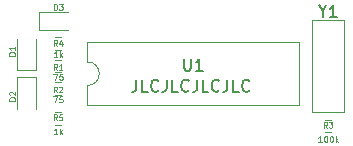
<source format=gbr>
%TF.GenerationSoftware,KiCad,Pcbnew,7.0.8*%
%TF.CreationDate,2023-10-28T23:36:24+09:00*%
%TF.ProjectId,cw_keyboard,63775f6b-6579-4626-9f61-72642e6b6963,rev?*%
%TF.SameCoordinates,Original*%
%TF.FileFunction,Legend,Top*%
%TF.FilePolarity,Positive*%
%FSLAX46Y46*%
G04 Gerber Fmt 4.6, Leading zero omitted, Abs format (unit mm)*
G04 Created by KiCad (PCBNEW 7.0.8) date 2023-10-28 23:36:24*
%MOMM*%
%LPD*%
G01*
G04 APERTURE LIST*
%ADD10C,0.200000*%
%ADD11C,0.150000*%
%ADD12C,0.100000*%
%ADD13C,0.120000*%
G04 APERTURE END LIST*
D10*
X35199387Y-27823219D02*
X35199387Y-28537504D01*
X35199387Y-28537504D02*
X35151768Y-28680361D01*
X35151768Y-28680361D02*
X35056530Y-28775600D01*
X35056530Y-28775600D02*
X34913673Y-28823219D01*
X34913673Y-28823219D02*
X34818435Y-28823219D01*
X36151768Y-28823219D02*
X35675578Y-28823219D01*
X35675578Y-28823219D02*
X35675578Y-27823219D01*
X37056530Y-28727980D02*
X37008911Y-28775600D01*
X37008911Y-28775600D02*
X36866054Y-28823219D01*
X36866054Y-28823219D02*
X36770816Y-28823219D01*
X36770816Y-28823219D02*
X36627959Y-28775600D01*
X36627959Y-28775600D02*
X36532721Y-28680361D01*
X36532721Y-28680361D02*
X36485102Y-28585123D01*
X36485102Y-28585123D02*
X36437483Y-28394647D01*
X36437483Y-28394647D02*
X36437483Y-28251790D01*
X36437483Y-28251790D02*
X36485102Y-28061314D01*
X36485102Y-28061314D02*
X36532721Y-27966076D01*
X36532721Y-27966076D02*
X36627959Y-27870838D01*
X36627959Y-27870838D02*
X36770816Y-27823219D01*
X36770816Y-27823219D02*
X36866054Y-27823219D01*
X36866054Y-27823219D02*
X37008911Y-27870838D01*
X37008911Y-27870838D02*
X37056530Y-27918457D01*
X37770816Y-27823219D02*
X37770816Y-28537504D01*
X37770816Y-28537504D02*
X37723197Y-28680361D01*
X37723197Y-28680361D02*
X37627959Y-28775600D01*
X37627959Y-28775600D02*
X37485102Y-28823219D01*
X37485102Y-28823219D02*
X37389864Y-28823219D01*
X38723197Y-28823219D02*
X38247007Y-28823219D01*
X38247007Y-28823219D02*
X38247007Y-27823219D01*
X39627959Y-28727980D02*
X39580340Y-28775600D01*
X39580340Y-28775600D02*
X39437483Y-28823219D01*
X39437483Y-28823219D02*
X39342245Y-28823219D01*
X39342245Y-28823219D02*
X39199388Y-28775600D01*
X39199388Y-28775600D02*
X39104150Y-28680361D01*
X39104150Y-28680361D02*
X39056531Y-28585123D01*
X39056531Y-28585123D02*
X39008912Y-28394647D01*
X39008912Y-28394647D02*
X39008912Y-28251790D01*
X39008912Y-28251790D02*
X39056531Y-28061314D01*
X39056531Y-28061314D02*
X39104150Y-27966076D01*
X39104150Y-27966076D02*
X39199388Y-27870838D01*
X39199388Y-27870838D02*
X39342245Y-27823219D01*
X39342245Y-27823219D02*
X39437483Y-27823219D01*
X39437483Y-27823219D02*
X39580340Y-27870838D01*
X39580340Y-27870838D02*
X39627959Y-27918457D01*
X40342245Y-27823219D02*
X40342245Y-28537504D01*
X40342245Y-28537504D02*
X40294626Y-28680361D01*
X40294626Y-28680361D02*
X40199388Y-28775600D01*
X40199388Y-28775600D02*
X40056531Y-28823219D01*
X40056531Y-28823219D02*
X39961293Y-28823219D01*
X41294626Y-28823219D02*
X40818436Y-28823219D01*
X40818436Y-28823219D02*
X40818436Y-27823219D01*
X42199388Y-28727980D02*
X42151769Y-28775600D01*
X42151769Y-28775600D02*
X42008912Y-28823219D01*
X42008912Y-28823219D02*
X41913674Y-28823219D01*
X41913674Y-28823219D02*
X41770817Y-28775600D01*
X41770817Y-28775600D02*
X41675579Y-28680361D01*
X41675579Y-28680361D02*
X41627960Y-28585123D01*
X41627960Y-28585123D02*
X41580341Y-28394647D01*
X41580341Y-28394647D02*
X41580341Y-28251790D01*
X41580341Y-28251790D02*
X41627960Y-28061314D01*
X41627960Y-28061314D02*
X41675579Y-27966076D01*
X41675579Y-27966076D02*
X41770817Y-27870838D01*
X41770817Y-27870838D02*
X41913674Y-27823219D01*
X41913674Y-27823219D02*
X42008912Y-27823219D01*
X42008912Y-27823219D02*
X42151769Y-27870838D01*
X42151769Y-27870838D02*
X42199388Y-27918457D01*
X42913674Y-27823219D02*
X42913674Y-28537504D01*
X42913674Y-28537504D02*
X42866055Y-28680361D01*
X42866055Y-28680361D02*
X42770817Y-28775600D01*
X42770817Y-28775600D02*
X42627960Y-28823219D01*
X42627960Y-28823219D02*
X42532722Y-28823219D01*
X43866055Y-28823219D02*
X43389865Y-28823219D01*
X43389865Y-28823219D02*
X43389865Y-27823219D01*
X44770817Y-28727980D02*
X44723198Y-28775600D01*
X44723198Y-28775600D02*
X44580341Y-28823219D01*
X44580341Y-28823219D02*
X44485103Y-28823219D01*
X44485103Y-28823219D02*
X44342246Y-28775600D01*
X44342246Y-28775600D02*
X44247008Y-28680361D01*
X44247008Y-28680361D02*
X44199389Y-28585123D01*
X44199389Y-28585123D02*
X44151770Y-28394647D01*
X44151770Y-28394647D02*
X44151770Y-28251790D01*
X44151770Y-28251790D02*
X44199389Y-28061314D01*
X44199389Y-28061314D02*
X44247008Y-27966076D01*
X44247008Y-27966076D02*
X44342246Y-27870838D01*
X44342246Y-27870838D02*
X44485103Y-27823219D01*
X44485103Y-27823219D02*
X44580341Y-27823219D01*
X44580341Y-27823219D02*
X44723198Y-27870838D01*
X44723198Y-27870838D02*
X44770817Y-27918457D01*
D11*
X50958809Y-22032628D02*
X50958809Y-22508819D01*
X50625476Y-21508819D02*
X50958809Y-22032628D01*
X50958809Y-22032628D02*
X51292142Y-21508819D01*
X52149285Y-22508819D02*
X51577857Y-22508819D01*
X51863571Y-22508819D02*
X51863571Y-21508819D01*
X51863571Y-21508819D02*
X51768333Y-21651676D01*
X51768333Y-21651676D02*
X51673095Y-21746914D01*
X51673095Y-21746914D02*
X51577857Y-21794533D01*
D12*
X28500000Y-28895109D02*
X28350000Y-28657014D01*
X28242857Y-28895109D02*
X28242857Y-28395109D01*
X28242857Y-28395109D02*
X28414286Y-28395109D01*
X28414286Y-28395109D02*
X28457143Y-28418919D01*
X28457143Y-28418919D02*
X28478572Y-28442728D01*
X28478572Y-28442728D02*
X28500000Y-28490347D01*
X28500000Y-28490347D02*
X28500000Y-28561776D01*
X28500000Y-28561776D02*
X28478572Y-28609395D01*
X28478572Y-28609395D02*
X28457143Y-28633204D01*
X28457143Y-28633204D02*
X28414286Y-28657014D01*
X28414286Y-28657014D02*
X28242857Y-28657014D01*
X28671429Y-28442728D02*
X28692857Y-28418919D01*
X28692857Y-28418919D02*
X28735715Y-28395109D01*
X28735715Y-28395109D02*
X28842857Y-28395109D01*
X28842857Y-28395109D02*
X28885715Y-28418919D01*
X28885715Y-28418919D02*
X28907143Y-28442728D01*
X28907143Y-28442728D02*
X28928572Y-28490347D01*
X28928572Y-28490347D02*
X28928572Y-28537966D01*
X28928572Y-28537966D02*
X28907143Y-28609395D01*
X28907143Y-28609395D02*
X28650000Y-28895109D01*
X28650000Y-28895109D02*
X28928572Y-28895109D01*
X28170238Y-29223109D02*
X28503571Y-29223109D01*
X28503571Y-29223109D02*
X28289286Y-29723109D01*
X28932142Y-29223109D02*
X28694047Y-29223109D01*
X28694047Y-29223109D02*
X28670238Y-29461204D01*
X28670238Y-29461204D02*
X28694047Y-29437395D01*
X28694047Y-29437395D02*
X28741666Y-29413585D01*
X28741666Y-29413585D02*
X28860714Y-29413585D01*
X28860714Y-29413585D02*
X28908333Y-29437395D01*
X28908333Y-29437395D02*
X28932142Y-29461204D01*
X28932142Y-29461204D02*
X28955952Y-29508823D01*
X28955952Y-29508823D02*
X28955952Y-29627871D01*
X28955952Y-29627871D02*
X28932142Y-29675490D01*
X28932142Y-29675490D02*
X28908333Y-29699300D01*
X28908333Y-29699300D02*
X28860714Y-29723109D01*
X28860714Y-29723109D02*
X28741666Y-29723109D01*
X28741666Y-29723109D02*
X28694047Y-29699300D01*
X28694047Y-29699300D02*
X28670238Y-29675490D01*
X28205952Y-21910109D02*
X28205952Y-21410109D01*
X28205952Y-21410109D02*
X28325000Y-21410109D01*
X28325000Y-21410109D02*
X28396428Y-21433919D01*
X28396428Y-21433919D02*
X28444047Y-21481538D01*
X28444047Y-21481538D02*
X28467857Y-21529157D01*
X28467857Y-21529157D02*
X28491666Y-21624395D01*
X28491666Y-21624395D02*
X28491666Y-21695823D01*
X28491666Y-21695823D02*
X28467857Y-21791061D01*
X28467857Y-21791061D02*
X28444047Y-21838680D01*
X28444047Y-21838680D02*
X28396428Y-21886300D01*
X28396428Y-21886300D02*
X28325000Y-21910109D01*
X28325000Y-21910109D02*
X28205952Y-21910109D01*
X28658333Y-21410109D02*
X28967857Y-21410109D01*
X28967857Y-21410109D02*
X28801190Y-21600585D01*
X28801190Y-21600585D02*
X28872619Y-21600585D01*
X28872619Y-21600585D02*
X28920238Y-21624395D01*
X28920238Y-21624395D02*
X28944047Y-21648204D01*
X28944047Y-21648204D02*
X28967857Y-21695823D01*
X28967857Y-21695823D02*
X28967857Y-21814871D01*
X28967857Y-21814871D02*
X28944047Y-21862490D01*
X28944047Y-21862490D02*
X28920238Y-21886300D01*
X28920238Y-21886300D02*
X28872619Y-21910109D01*
X28872619Y-21910109D02*
X28729762Y-21910109D01*
X28729762Y-21910109D02*
X28682143Y-21886300D01*
X28682143Y-21886300D02*
X28658333Y-21862490D01*
D11*
X39243095Y-26041819D02*
X39243095Y-26851342D01*
X39243095Y-26851342D02*
X39290714Y-26946580D01*
X39290714Y-26946580D02*
X39338333Y-26994200D01*
X39338333Y-26994200D02*
X39433571Y-27041819D01*
X39433571Y-27041819D02*
X39624047Y-27041819D01*
X39624047Y-27041819D02*
X39719285Y-26994200D01*
X39719285Y-26994200D02*
X39766904Y-26946580D01*
X39766904Y-26946580D02*
X39814523Y-26851342D01*
X39814523Y-26851342D02*
X39814523Y-26041819D01*
X40814523Y-27041819D02*
X40243095Y-27041819D01*
X40528809Y-27041819D02*
X40528809Y-26041819D01*
X40528809Y-26041819D02*
X40433571Y-26184676D01*
X40433571Y-26184676D02*
X40338333Y-26279914D01*
X40338333Y-26279914D02*
X40243095Y-26327533D01*
D12*
X51360000Y-31882109D02*
X51210000Y-31644014D01*
X51102857Y-31882109D02*
X51102857Y-31382109D01*
X51102857Y-31382109D02*
X51274286Y-31382109D01*
X51274286Y-31382109D02*
X51317143Y-31405919D01*
X51317143Y-31405919D02*
X51338572Y-31429728D01*
X51338572Y-31429728D02*
X51360000Y-31477347D01*
X51360000Y-31477347D02*
X51360000Y-31548776D01*
X51360000Y-31548776D02*
X51338572Y-31596395D01*
X51338572Y-31596395D02*
X51317143Y-31620204D01*
X51317143Y-31620204D02*
X51274286Y-31644014D01*
X51274286Y-31644014D02*
X51102857Y-31644014D01*
X51510000Y-31382109D02*
X51788572Y-31382109D01*
X51788572Y-31382109D02*
X51638572Y-31572585D01*
X51638572Y-31572585D02*
X51702857Y-31572585D01*
X51702857Y-31572585D02*
X51745715Y-31596395D01*
X51745715Y-31596395D02*
X51767143Y-31620204D01*
X51767143Y-31620204D02*
X51788572Y-31667823D01*
X51788572Y-31667823D02*
X51788572Y-31786871D01*
X51788572Y-31786871D02*
X51767143Y-31834490D01*
X51767143Y-31834490D02*
X51745715Y-31858300D01*
X51745715Y-31858300D02*
X51702857Y-31882109D01*
X51702857Y-31882109D02*
X51574286Y-31882109D01*
X51574286Y-31882109D02*
X51531429Y-31858300D01*
X51531429Y-31858300D02*
X51510000Y-31834490D01*
X50899286Y-33086109D02*
X50613572Y-33086109D01*
X50756429Y-33086109D02*
X50756429Y-32586109D01*
X50756429Y-32586109D02*
X50708810Y-32657538D01*
X50708810Y-32657538D02*
X50661191Y-32705157D01*
X50661191Y-32705157D02*
X50613572Y-32728966D01*
X51208809Y-32586109D02*
X51256428Y-32586109D01*
X51256428Y-32586109D02*
X51304047Y-32609919D01*
X51304047Y-32609919D02*
X51327857Y-32633728D01*
X51327857Y-32633728D02*
X51351666Y-32681347D01*
X51351666Y-32681347D02*
X51375476Y-32776585D01*
X51375476Y-32776585D02*
X51375476Y-32895633D01*
X51375476Y-32895633D02*
X51351666Y-32990871D01*
X51351666Y-32990871D02*
X51327857Y-33038490D01*
X51327857Y-33038490D02*
X51304047Y-33062300D01*
X51304047Y-33062300D02*
X51256428Y-33086109D01*
X51256428Y-33086109D02*
X51208809Y-33086109D01*
X51208809Y-33086109D02*
X51161190Y-33062300D01*
X51161190Y-33062300D02*
X51137381Y-33038490D01*
X51137381Y-33038490D02*
X51113571Y-32990871D01*
X51113571Y-32990871D02*
X51089762Y-32895633D01*
X51089762Y-32895633D02*
X51089762Y-32776585D01*
X51089762Y-32776585D02*
X51113571Y-32681347D01*
X51113571Y-32681347D02*
X51137381Y-32633728D01*
X51137381Y-32633728D02*
X51161190Y-32609919D01*
X51161190Y-32609919D02*
X51208809Y-32586109D01*
X51684999Y-32586109D02*
X51732618Y-32586109D01*
X51732618Y-32586109D02*
X51780237Y-32609919D01*
X51780237Y-32609919D02*
X51804047Y-32633728D01*
X51804047Y-32633728D02*
X51827856Y-32681347D01*
X51827856Y-32681347D02*
X51851666Y-32776585D01*
X51851666Y-32776585D02*
X51851666Y-32895633D01*
X51851666Y-32895633D02*
X51827856Y-32990871D01*
X51827856Y-32990871D02*
X51804047Y-33038490D01*
X51804047Y-33038490D02*
X51780237Y-33062300D01*
X51780237Y-33062300D02*
X51732618Y-33086109D01*
X51732618Y-33086109D02*
X51684999Y-33086109D01*
X51684999Y-33086109D02*
X51637380Y-33062300D01*
X51637380Y-33062300D02*
X51613571Y-33038490D01*
X51613571Y-33038490D02*
X51589761Y-32990871D01*
X51589761Y-32990871D02*
X51565952Y-32895633D01*
X51565952Y-32895633D02*
X51565952Y-32776585D01*
X51565952Y-32776585D02*
X51589761Y-32681347D01*
X51589761Y-32681347D02*
X51613571Y-32633728D01*
X51613571Y-32633728D02*
X51637380Y-32609919D01*
X51637380Y-32609919D02*
X51684999Y-32586109D01*
X52065951Y-33086109D02*
X52065951Y-32586109D01*
X52113570Y-32895633D02*
X52256427Y-33086109D01*
X52256427Y-32752776D02*
X52065951Y-32943252D01*
X28500000Y-24958109D02*
X28350000Y-24720014D01*
X28242857Y-24958109D02*
X28242857Y-24458109D01*
X28242857Y-24458109D02*
X28414286Y-24458109D01*
X28414286Y-24458109D02*
X28457143Y-24481919D01*
X28457143Y-24481919D02*
X28478572Y-24505728D01*
X28478572Y-24505728D02*
X28500000Y-24553347D01*
X28500000Y-24553347D02*
X28500000Y-24624776D01*
X28500000Y-24624776D02*
X28478572Y-24672395D01*
X28478572Y-24672395D02*
X28457143Y-24696204D01*
X28457143Y-24696204D02*
X28414286Y-24720014D01*
X28414286Y-24720014D02*
X28242857Y-24720014D01*
X28885715Y-24624776D02*
X28885715Y-24958109D01*
X28778572Y-24434300D02*
X28671429Y-24791442D01*
X28671429Y-24791442D02*
X28950000Y-24791442D01*
X28515476Y-25913109D02*
X28229762Y-25913109D01*
X28372619Y-25913109D02*
X28372619Y-25413109D01*
X28372619Y-25413109D02*
X28325000Y-25484538D01*
X28325000Y-25484538D02*
X28277381Y-25532157D01*
X28277381Y-25532157D02*
X28229762Y-25555966D01*
X28729761Y-25913109D02*
X28729761Y-25413109D01*
X28777380Y-25722633D02*
X28920237Y-25913109D01*
X28920237Y-25579776D02*
X28729761Y-25770252D01*
X28500000Y-31247109D02*
X28350000Y-31009014D01*
X28242857Y-31247109D02*
X28242857Y-30747109D01*
X28242857Y-30747109D02*
X28414286Y-30747109D01*
X28414286Y-30747109D02*
X28457143Y-30770919D01*
X28457143Y-30770919D02*
X28478572Y-30794728D01*
X28478572Y-30794728D02*
X28500000Y-30842347D01*
X28500000Y-30842347D02*
X28500000Y-30913776D01*
X28500000Y-30913776D02*
X28478572Y-30961395D01*
X28478572Y-30961395D02*
X28457143Y-30985204D01*
X28457143Y-30985204D02*
X28414286Y-31009014D01*
X28414286Y-31009014D02*
X28242857Y-31009014D01*
X28907143Y-30747109D02*
X28692857Y-30747109D01*
X28692857Y-30747109D02*
X28671429Y-30985204D01*
X28671429Y-30985204D02*
X28692857Y-30961395D01*
X28692857Y-30961395D02*
X28735715Y-30937585D01*
X28735715Y-30937585D02*
X28842857Y-30937585D01*
X28842857Y-30937585D02*
X28885715Y-30961395D01*
X28885715Y-30961395D02*
X28907143Y-30985204D01*
X28907143Y-30985204D02*
X28928572Y-31032823D01*
X28928572Y-31032823D02*
X28928572Y-31151871D01*
X28928572Y-31151871D02*
X28907143Y-31199490D01*
X28907143Y-31199490D02*
X28885715Y-31223300D01*
X28885715Y-31223300D02*
X28842857Y-31247109D01*
X28842857Y-31247109D02*
X28735715Y-31247109D01*
X28735715Y-31247109D02*
X28692857Y-31223300D01*
X28692857Y-31223300D02*
X28671429Y-31199490D01*
X28515476Y-32451109D02*
X28229762Y-32451109D01*
X28372619Y-32451109D02*
X28372619Y-31951109D01*
X28372619Y-31951109D02*
X28325000Y-32022538D01*
X28325000Y-32022538D02*
X28277381Y-32070157D01*
X28277381Y-32070157D02*
X28229762Y-32093966D01*
X28729761Y-32451109D02*
X28729761Y-31951109D01*
X28777380Y-32260633D02*
X28920237Y-32451109D01*
X28920237Y-32117776D02*
X28729761Y-32308252D01*
X24940109Y-29579047D02*
X24440109Y-29579047D01*
X24440109Y-29579047D02*
X24440109Y-29459999D01*
X24440109Y-29459999D02*
X24463919Y-29388571D01*
X24463919Y-29388571D02*
X24511538Y-29340952D01*
X24511538Y-29340952D02*
X24559157Y-29317142D01*
X24559157Y-29317142D02*
X24654395Y-29293333D01*
X24654395Y-29293333D02*
X24725823Y-29293333D01*
X24725823Y-29293333D02*
X24821061Y-29317142D01*
X24821061Y-29317142D02*
X24868680Y-29340952D01*
X24868680Y-29340952D02*
X24916300Y-29388571D01*
X24916300Y-29388571D02*
X24940109Y-29459999D01*
X24940109Y-29459999D02*
X24940109Y-29579047D01*
X24487728Y-29102856D02*
X24463919Y-29079047D01*
X24463919Y-29079047D02*
X24440109Y-29031428D01*
X24440109Y-29031428D02*
X24440109Y-28912380D01*
X24440109Y-28912380D02*
X24463919Y-28864761D01*
X24463919Y-28864761D02*
X24487728Y-28840952D01*
X24487728Y-28840952D02*
X24535347Y-28817142D01*
X24535347Y-28817142D02*
X24582966Y-28817142D01*
X24582966Y-28817142D02*
X24654395Y-28840952D01*
X24654395Y-28840952D02*
X24940109Y-29126666D01*
X24940109Y-29126666D02*
X24940109Y-28817142D01*
X28500000Y-26990109D02*
X28350000Y-26752014D01*
X28242857Y-26990109D02*
X28242857Y-26490109D01*
X28242857Y-26490109D02*
X28414286Y-26490109D01*
X28414286Y-26490109D02*
X28457143Y-26513919D01*
X28457143Y-26513919D02*
X28478572Y-26537728D01*
X28478572Y-26537728D02*
X28500000Y-26585347D01*
X28500000Y-26585347D02*
X28500000Y-26656776D01*
X28500000Y-26656776D02*
X28478572Y-26704395D01*
X28478572Y-26704395D02*
X28457143Y-26728204D01*
X28457143Y-26728204D02*
X28414286Y-26752014D01*
X28414286Y-26752014D02*
X28242857Y-26752014D01*
X28928572Y-26990109D02*
X28671429Y-26990109D01*
X28800000Y-26990109D02*
X28800000Y-26490109D01*
X28800000Y-26490109D02*
X28757143Y-26561538D01*
X28757143Y-26561538D02*
X28714286Y-26609157D01*
X28714286Y-26609157D02*
X28671429Y-26632966D01*
X28170238Y-27318109D02*
X28503571Y-27318109D01*
X28503571Y-27318109D02*
X28289286Y-27818109D01*
X28932142Y-27318109D02*
X28694047Y-27318109D01*
X28694047Y-27318109D02*
X28670238Y-27556204D01*
X28670238Y-27556204D02*
X28694047Y-27532395D01*
X28694047Y-27532395D02*
X28741666Y-27508585D01*
X28741666Y-27508585D02*
X28860714Y-27508585D01*
X28860714Y-27508585D02*
X28908333Y-27532395D01*
X28908333Y-27532395D02*
X28932142Y-27556204D01*
X28932142Y-27556204D02*
X28955952Y-27603823D01*
X28955952Y-27603823D02*
X28955952Y-27722871D01*
X28955952Y-27722871D02*
X28932142Y-27770490D01*
X28932142Y-27770490D02*
X28908333Y-27794300D01*
X28908333Y-27794300D02*
X28860714Y-27818109D01*
X28860714Y-27818109D02*
X28741666Y-27818109D01*
X28741666Y-27818109D02*
X28694047Y-27794300D01*
X28694047Y-27794300D02*
X28670238Y-27770490D01*
X24915109Y-25769047D02*
X24415109Y-25769047D01*
X24415109Y-25769047D02*
X24415109Y-25649999D01*
X24415109Y-25649999D02*
X24438919Y-25578571D01*
X24438919Y-25578571D02*
X24486538Y-25530952D01*
X24486538Y-25530952D02*
X24534157Y-25507142D01*
X24534157Y-25507142D02*
X24629395Y-25483333D01*
X24629395Y-25483333D02*
X24700823Y-25483333D01*
X24700823Y-25483333D02*
X24796061Y-25507142D01*
X24796061Y-25507142D02*
X24843680Y-25530952D01*
X24843680Y-25530952D02*
X24891300Y-25578571D01*
X24891300Y-25578571D02*
X24915109Y-25649999D01*
X24915109Y-25649999D02*
X24915109Y-25769047D01*
X24915109Y-25007142D02*
X24915109Y-25292856D01*
X24915109Y-25149999D02*
X24415109Y-25149999D01*
X24415109Y-25149999D02*
X24486538Y-25197618D01*
X24486538Y-25197618D02*
X24534157Y-25245237D01*
X24534157Y-25245237D02*
X24557966Y-25292856D01*
D13*
%TO.C,Y1*%
X50105000Y-22800000D02*
X50105000Y-30540000D01*
X50105000Y-22800000D02*
X52765000Y-22800000D01*
X50105000Y-30540000D02*
X52765000Y-30540000D01*
X52765000Y-22800000D02*
X52765000Y-30540000D01*
%TO.C,R2*%
X28320276Y-29097500D02*
X28829724Y-29097500D01*
X28320276Y-28052500D02*
X28829724Y-28052500D01*
%TO.C,D3*%
X26915000Y-22125000D02*
X26915000Y-23595000D01*
X26915000Y-23595000D02*
X29375000Y-23595000D01*
X29375000Y-22125000D02*
X26915000Y-22125000D01*
%TO.C,U1*%
X31055000Y-28305000D02*
G75*
G03*
X31055000Y-26305000I0J1000000D01*
G01*
X48955000Y-24655000D02*
X31055000Y-24655000D01*
X31055000Y-24655000D02*
X31055000Y-26305000D01*
X31055000Y-28305000D02*
X31055000Y-29955000D01*
X48955000Y-29955000D02*
X48955000Y-24655000D01*
X31055000Y-29955000D02*
X48955000Y-29955000D01*
%TO.C,R3*%
X51689724Y-32272500D02*
X51180276Y-32272500D01*
X51689724Y-31227500D02*
X51180276Y-31227500D01*
%TO.C,R4*%
X28320276Y-24242500D02*
X28829724Y-24242500D01*
X28320276Y-25287500D02*
X28829724Y-25287500D01*
%TO.C,R5*%
X28829724Y-30592500D02*
X28320276Y-30592500D01*
X28829724Y-31637500D02*
X28320276Y-31637500D01*
%TO.C,D2*%
X25108000Y-30260000D02*
X25108000Y-27610000D01*
X25108000Y-27610000D02*
X26708000Y-27610000D01*
X26708000Y-27610000D02*
X26708000Y-30260000D01*
%TO.C,R1*%
X28320276Y-26147500D02*
X28829724Y-26147500D01*
X28320276Y-27192500D02*
X28829724Y-27192500D01*
%TO.C,D1*%
X25108000Y-27000000D02*
X25108000Y-24350000D01*
X26708000Y-27000000D02*
X25108000Y-27000000D01*
X26708000Y-24350000D02*
X26708000Y-27000000D01*
%TD*%
M02*

</source>
